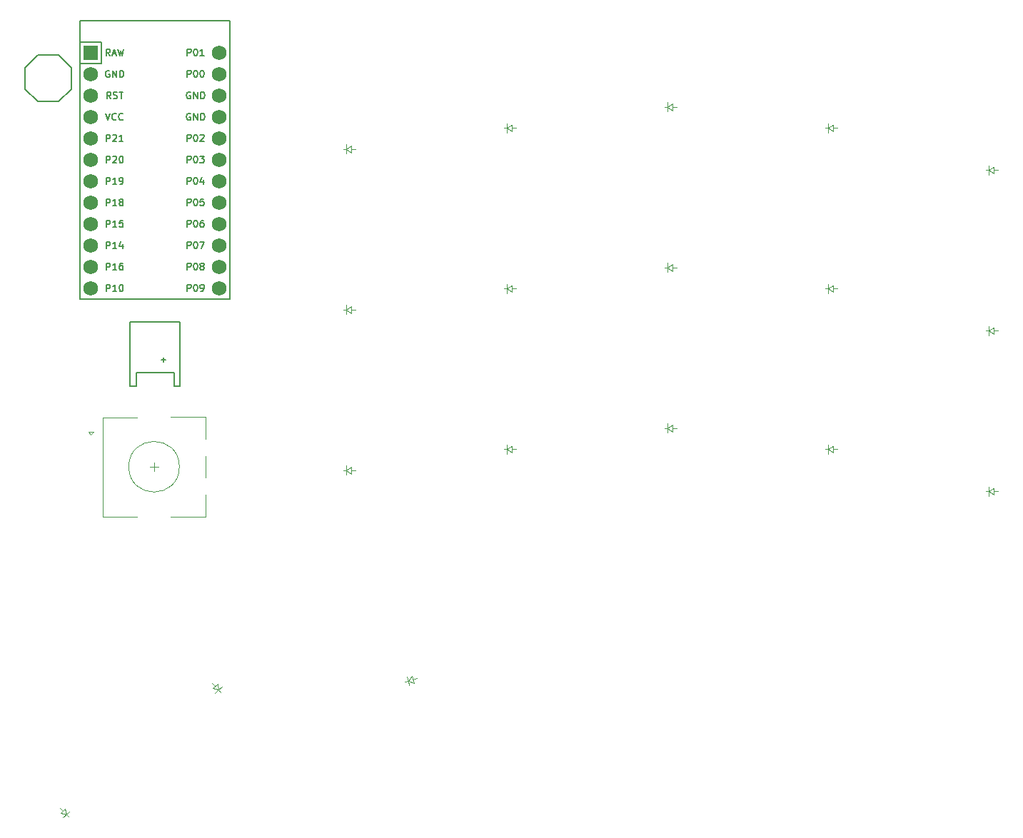
<source format=gbr>
%TF.GenerationSoftware,KiCad,Pcbnew,7.0.10*%
%TF.CreationDate,2024-01-22T21:29:34+02:00*%
%TF.ProjectId,juubo_right_final,6a757562-6f5f-4726-9967-68745f66696e,v1.0.0*%
%TF.SameCoordinates,Original*%
%TF.FileFunction,Legend,Top*%
%TF.FilePolarity,Positive*%
%FSLAX46Y46*%
G04 Gerber Fmt 4.6, Leading zero omitted, Abs format (unit mm)*
G04 Created by KiCad (PCBNEW 7.0.10) date 2024-01-22 21:29:34*
%MOMM*%
%LPD*%
G01*
G04 APERTURE LIST*
%ADD10C,0.150000*%
%ADD11C,0.100000*%
%ADD12C,0.120000*%
%ADD13R,1.752600X1.752600*%
%ADD14C,1.752600*%
G04 APERTURE END LIST*
D10*
X286180875Y-80616300D02*
X286180875Y-79816300D01*
X286180875Y-79816300D02*
X286485637Y-79816300D01*
X286485637Y-79816300D02*
X286561827Y-79854395D01*
X286561827Y-79854395D02*
X286599922Y-79892490D01*
X286599922Y-79892490D02*
X286638018Y-79968681D01*
X286638018Y-79968681D02*
X286638018Y-80082966D01*
X286638018Y-80082966D02*
X286599922Y-80159157D01*
X286599922Y-80159157D02*
X286561827Y-80197252D01*
X286561827Y-80197252D02*
X286485637Y-80235347D01*
X286485637Y-80235347D02*
X286180875Y-80235347D01*
X287399922Y-80616300D02*
X286942779Y-80616300D01*
X287171351Y-80616300D02*
X287171351Y-79816300D01*
X287171351Y-79816300D02*
X287095160Y-79930585D01*
X287095160Y-79930585D02*
X287018970Y-80006776D01*
X287018970Y-80006776D02*
X286942779Y-80044871D01*
X288085637Y-79816300D02*
X287933256Y-79816300D01*
X287933256Y-79816300D02*
X287857065Y-79854395D01*
X287857065Y-79854395D02*
X287818970Y-79892490D01*
X287818970Y-79892490D02*
X287742780Y-80006776D01*
X287742780Y-80006776D02*
X287704684Y-80159157D01*
X287704684Y-80159157D02*
X287704684Y-80463919D01*
X287704684Y-80463919D02*
X287742780Y-80540109D01*
X287742780Y-80540109D02*
X287780875Y-80578205D01*
X287780875Y-80578205D02*
X287857065Y-80616300D01*
X287857065Y-80616300D02*
X288009446Y-80616300D01*
X288009446Y-80616300D02*
X288085637Y-80578205D01*
X288085637Y-80578205D02*
X288123732Y-80540109D01*
X288123732Y-80540109D02*
X288161827Y-80463919D01*
X288161827Y-80463919D02*
X288161827Y-80273443D01*
X288161827Y-80273443D02*
X288123732Y-80197252D01*
X288123732Y-80197252D02*
X288085637Y-80159157D01*
X288085637Y-80159157D02*
X288009446Y-80121062D01*
X288009446Y-80121062D02*
X287857065Y-80121062D01*
X287857065Y-80121062D02*
X287780875Y-80159157D01*
X287780875Y-80159157D02*
X287742780Y-80197252D01*
X287742780Y-80197252D02*
X287704684Y-80273443D01*
X286180875Y-67916300D02*
X286180875Y-67116300D01*
X286180875Y-67116300D02*
X286485637Y-67116300D01*
X286485637Y-67116300D02*
X286561827Y-67154395D01*
X286561827Y-67154395D02*
X286599922Y-67192490D01*
X286599922Y-67192490D02*
X286638018Y-67268681D01*
X286638018Y-67268681D02*
X286638018Y-67382966D01*
X286638018Y-67382966D02*
X286599922Y-67459157D01*
X286599922Y-67459157D02*
X286561827Y-67497252D01*
X286561827Y-67497252D02*
X286485637Y-67535347D01*
X286485637Y-67535347D02*
X286180875Y-67535347D01*
X286942779Y-67192490D02*
X286980875Y-67154395D01*
X286980875Y-67154395D02*
X287057065Y-67116300D01*
X287057065Y-67116300D02*
X287247541Y-67116300D01*
X287247541Y-67116300D02*
X287323732Y-67154395D01*
X287323732Y-67154395D02*
X287361827Y-67192490D01*
X287361827Y-67192490D02*
X287399922Y-67268681D01*
X287399922Y-67268681D02*
X287399922Y-67344871D01*
X287399922Y-67344871D02*
X287361827Y-67459157D01*
X287361827Y-67459157D02*
X286904684Y-67916300D01*
X286904684Y-67916300D02*
X287399922Y-67916300D01*
X287895161Y-67116300D02*
X287971351Y-67116300D01*
X287971351Y-67116300D02*
X288047542Y-67154395D01*
X288047542Y-67154395D02*
X288085637Y-67192490D01*
X288085637Y-67192490D02*
X288123732Y-67268681D01*
X288123732Y-67268681D02*
X288161827Y-67421062D01*
X288161827Y-67421062D02*
X288161827Y-67611538D01*
X288161827Y-67611538D02*
X288123732Y-67763919D01*
X288123732Y-67763919D02*
X288085637Y-67840109D01*
X288085637Y-67840109D02*
X288047542Y-67878205D01*
X288047542Y-67878205D02*
X287971351Y-67916300D01*
X287971351Y-67916300D02*
X287895161Y-67916300D01*
X287895161Y-67916300D02*
X287818970Y-67878205D01*
X287818970Y-67878205D02*
X287780875Y-67840109D01*
X287780875Y-67840109D02*
X287742780Y-67763919D01*
X287742780Y-67763919D02*
X287704684Y-67611538D01*
X287704684Y-67611538D02*
X287704684Y-67421062D01*
X287704684Y-67421062D02*
X287742780Y-67268681D01*
X287742780Y-67268681D02*
X287780875Y-67192490D01*
X287780875Y-67192490D02*
X287818970Y-67154395D01*
X287818970Y-67154395D02*
X287895161Y-67116300D01*
X286180875Y-78076300D02*
X286180875Y-77276300D01*
X286180875Y-77276300D02*
X286485637Y-77276300D01*
X286485637Y-77276300D02*
X286561827Y-77314395D01*
X286561827Y-77314395D02*
X286599922Y-77352490D01*
X286599922Y-77352490D02*
X286638018Y-77428681D01*
X286638018Y-77428681D02*
X286638018Y-77542966D01*
X286638018Y-77542966D02*
X286599922Y-77619157D01*
X286599922Y-77619157D02*
X286561827Y-77657252D01*
X286561827Y-77657252D02*
X286485637Y-77695347D01*
X286485637Y-77695347D02*
X286180875Y-77695347D01*
X287399922Y-78076300D02*
X286942779Y-78076300D01*
X287171351Y-78076300D02*
X287171351Y-77276300D01*
X287171351Y-77276300D02*
X287095160Y-77390585D01*
X287095160Y-77390585D02*
X287018970Y-77466776D01*
X287018970Y-77466776D02*
X286942779Y-77504871D01*
X288085637Y-77542966D02*
X288085637Y-78076300D01*
X287895161Y-77238205D02*
X287704684Y-77809633D01*
X287704684Y-77809633D02*
X288199923Y-77809633D01*
X286085637Y-62036300D02*
X286352304Y-62836300D01*
X286352304Y-62836300D02*
X286618970Y-62036300D01*
X287342780Y-62760109D02*
X287304684Y-62798205D01*
X287304684Y-62798205D02*
X287190399Y-62836300D01*
X287190399Y-62836300D02*
X287114208Y-62836300D01*
X287114208Y-62836300D02*
X286999922Y-62798205D01*
X286999922Y-62798205D02*
X286923732Y-62722014D01*
X286923732Y-62722014D02*
X286885637Y-62645824D01*
X286885637Y-62645824D02*
X286847541Y-62493443D01*
X286847541Y-62493443D02*
X286847541Y-62379157D01*
X286847541Y-62379157D02*
X286885637Y-62226776D01*
X286885637Y-62226776D02*
X286923732Y-62150585D01*
X286923732Y-62150585D02*
X286999922Y-62074395D01*
X286999922Y-62074395D02*
X287114208Y-62036300D01*
X287114208Y-62036300D02*
X287190399Y-62036300D01*
X287190399Y-62036300D02*
X287304684Y-62074395D01*
X287304684Y-62074395D02*
X287342780Y-62112490D01*
X288142780Y-62760109D02*
X288104684Y-62798205D01*
X288104684Y-62798205D02*
X287990399Y-62836300D01*
X287990399Y-62836300D02*
X287914208Y-62836300D01*
X287914208Y-62836300D02*
X287799922Y-62798205D01*
X287799922Y-62798205D02*
X287723732Y-62722014D01*
X287723732Y-62722014D02*
X287685637Y-62645824D01*
X287685637Y-62645824D02*
X287647541Y-62493443D01*
X287647541Y-62493443D02*
X287647541Y-62379157D01*
X287647541Y-62379157D02*
X287685637Y-62226776D01*
X287685637Y-62226776D02*
X287723732Y-62150585D01*
X287723732Y-62150585D02*
X287799922Y-62074395D01*
X287799922Y-62074395D02*
X287914208Y-62036300D01*
X287914208Y-62036300D02*
X287990399Y-62036300D01*
X287990399Y-62036300D02*
X288104684Y-62074395D01*
X288104684Y-62074395D02*
X288142780Y-62112490D01*
X286180875Y-72996300D02*
X286180875Y-72196300D01*
X286180875Y-72196300D02*
X286485637Y-72196300D01*
X286485637Y-72196300D02*
X286561827Y-72234395D01*
X286561827Y-72234395D02*
X286599922Y-72272490D01*
X286599922Y-72272490D02*
X286638018Y-72348681D01*
X286638018Y-72348681D02*
X286638018Y-72462966D01*
X286638018Y-72462966D02*
X286599922Y-72539157D01*
X286599922Y-72539157D02*
X286561827Y-72577252D01*
X286561827Y-72577252D02*
X286485637Y-72615347D01*
X286485637Y-72615347D02*
X286180875Y-72615347D01*
X287399922Y-72996300D02*
X286942779Y-72996300D01*
X287171351Y-72996300D02*
X287171351Y-72196300D01*
X287171351Y-72196300D02*
X287095160Y-72310585D01*
X287095160Y-72310585D02*
X287018970Y-72386776D01*
X287018970Y-72386776D02*
X286942779Y-72424871D01*
X287857065Y-72539157D02*
X287780875Y-72501062D01*
X287780875Y-72501062D02*
X287742780Y-72462966D01*
X287742780Y-72462966D02*
X287704684Y-72386776D01*
X287704684Y-72386776D02*
X287704684Y-72348681D01*
X287704684Y-72348681D02*
X287742780Y-72272490D01*
X287742780Y-72272490D02*
X287780875Y-72234395D01*
X287780875Y-72234395D02*
X287857065Y-72196300D01*
X287857065Y-72196300D02*
X288009446Y-72196300D01*
X288009446Y-72196300D02*
X288085637Y-72234395D01*
X288085637Y-72234395D02*
X288123732Y-72272490D01*
X288123732Y-72272490D02*
X288161827Y-72348681D01*
X288161827Y-72348681D02*
X288161827Y-72386776D01*
X288161827Y-72386776D02*
X288123732Y-72462966D01*
X288123732Y-72462966D02*
X288085637Y-72501062D01*
X288085637Y-72501062D02*
X288009446Y-72539157D01*
X288009446Y-72539157D02*
X287857065Y-72539157D01*
X287857065Y-72539157D02*
X287780875Y-72577252D01*
X287780875Y-72577252D02*
X287742780Y-72615347D01*
X287742780Y-72615347D02*
X287704684Y-72691538D01*
X287704684Y-72691538D02*
X287704684Y-72843919D01*
X287704684Y-72843919D02*
X287742780Y-72920109D01*
X287742780Y-72920109D02*
X287780875Y-72958205D01*
X287780875Y-72958205D02*
X287857065Y-72996300D01*
X287857065Y-72996300D02*
X288009446Y-72996300D01*
X288009446Y-72996300D02*
X288085637Y-72958205D01*
X288085637Y-72958205D02*
X288123732Y-72920109D01*
X288123732Y-72920109D02*
X288161827Y-72843919D01*
X288161827Y-72843919D02*
X288161827Y-72691538D01*
X288161827Y-72691538D02*
X288123732Y-72615347D01*
X288123732Y-72615347D02*
X288085637Y-72577252D01*
X288085637Y-72577252D02*
X288009446Y-72539157D01*
X295780875Y-70456300D02*
X295780875Y-69656300D01*
X295780875Y-69656300D02*
X296085637Y-69656300D01*
X296085637Y-69656300D02*
X296161827Y-69694395D01*
X296161827Y-69694395D02*
X296199922Y-69732490D01*
X296199922Y-69732490D02*
X296238018Y-69808681D01*
X296238018Y-69808681D02*
X296238018Y-69922966D01*
X296238018Y-69922966D02*
X296199922Y-69999157D01*
X296199922Y-69999157D02*
X296161827Y-70037252D01*
X296161827Y-70037252D02*
X296085637Y-70075347D01*
X296085637Y-70075347D02*
X295780875Y-70075347D01*
X296733256Y-69656300D02*
X296809446Y-69656300D01*
X296809446Y-69656300D02*
X296885637Y-69694395D01*
X296885637Y-69694395D02*
X296923732Y-69732490D01*
X296923732Y-69732490D02*
X296961827Y-69808681D01*
X296961827Y-69808681D02*
X296999922Y-69961062D01*
X296999922Y-69961062D02*
X296999922Y-70151538D01*
X296999922Y-70151538D02*
X296961827Y-70303919D01*
X296961827Y-70303919D02*
X296923732Y-70380109D01*
X296923732Y-70380109D02*
X296885637Y-70418205D01*
X296885637Y-70418205D02*
X296809446Y-70456300D01*
X296809446Y-70456300D02*
X296733256Y-70456300D01*
X296733256Y-70456300D02*
X296657065Y-70418205D01*
X296657065Y-70418205D02*
X296618970Y-70380109D01*
X296618970Y-70380109D02*
X296580875Y-70303919D01*
X296580875Y-70303919D02*
X296542779Y-70151538D01*
X296542779Y-70151538D02*
X296542779Y-69961062D01*
X296542779Y-69961062D02*
X296580875Y-69808681D01*
X296580875Y-69808681D02*
X296618970Y-69732490D01*
X296618970Y-69732490D02*
X296657065Y-69694395D01*
X296657065Y-69694395D02*
X296733256Y-69656300D01*
X297685637Y-69922966D02*
X297685637Y-70456300D01*
X297495161Y-69618205D02*
X297304684Y-70189633D01*
X297304684Y-70189633D02*
X297799923Y-70189633D01*
X295780875Y-72996300D02*
X295780875Y-72196300D01*
X295780875Y-72196300D02*
X296085637Y-72196300D01*
X296085637Y-72196300D02*
X296161827Y-72234395D01*
X296161827Y-72234395D02*
X296199922Y-72272490D01*
X296199922Y-72272490D02*
X296238018Y-72348681D01*
X296238018Y-72348681D02*
X296238018Y-72462966D01*
X296238018Y-72462966D02*
X296199922Y-72539157D01*
X296199922Y-72539157D02*
X296161827Y-72577252D01*
X296161827Y-72577252D02*
X296085637Y-72615347D01*
X296085637Y-72615347D02*
X295780875Y-72615347D01*
X296733256Y-72196300D02*
X296809446Y-72196300D01*
X296809446Y-72196300D02*
X296885637Y-72234395D01*
X296885637Y-72234395D02*
X296923732Y-72272490D01*
X296923732Y-72272490D02*
X296961827Y-72348681D01*
X296961827Y-72348681D02*
X296999922Y-72501062D01*
X296999922Y-72501062D02*
X296999922Y-72691538D01*
X296999922Y-72691538D02*
X296961827Y-72843919D01*
X296961827Y-72843919D02*
X296923732Y-72920109D01*
X296923732Y-72920109D02*
X296885637Y-72958205D01*
X296885637Y-72958205D02*
X296809446Y-72996300D01*
X296809446Y-72996300D02*
X296733256Y-72996300D01*
X296733256Y-72996300D02*
X296657065Y-72958205D01*
X296657065Y-72958205D02*
X296618970Y-72920109D01*
X296618970Y-72920109D02*
X296580875Y-72843919D01*
X296580875Y-72843919D02*
X296542779Y-72691538D01*
X296542779Y-72691538D02*
X296542779Y-72501062D01*
X296542779Y-72501062D02*
X296580875Y-72348681D01*
X296580875Y-72348681D02*
X296618970Y-72272490D01*
X296618970Y-72272490D02*
X296657065Y-72234395D01*
X296657065Y-72234395D02*
X296733256Y-72196300D01*
X297723732Y-72196300D02*
X297342780Y-72196300D01*
X297342780Y-72196300D02*
X297304684Y-72577252D01*
X297304684Y-72577252D02*
X297342780Y-72539157D01*
X297342780Y-72539157D02*
X297418970Y-72501062D01*
X297418970Y-72501062D02*
X297609446Y-72501062D01*
X297609446Y-72501062D02*
X297685637Y-72539157D01*
X297685637Y-72539157D02*
X297723732Y-72577252D01*
X297723732Y-72577252D02*
X297761827Y-72653443D01*
X297761827Y-72653443D02*
X297761827Y-72843919D01*
X297761827Y-72843919D02*
X297723732Y-72920109D01*
X297723732Y-72920109D02*
X297685637Y-72958205D01*
X297685637Y-72958205D02*
X297609446Y-72996300D01*
X297609446Y-72996300D02*
X297418970Y-72996300D01*
X297418970Y-72996300D02*
X297342780Y-72958205D01*
X297342780Y-72958205D02*
X297304684Y-72920109D01*
X295780875Y-65376300D02*
X295780875Y-64576300D01*
X295780875Y-64576300D02*
X296085637Y-64576300D01*
X296085637Y-64576300D02*
X296161827Y-64614395D01*
X296161827Y-64614395D02*
X296199922Y-64652490D01*
X296199922Y-64652490D02*
X296238018Y-64728681D01*
X296238018Y-64728681D02*
X296238018Y-64842966D01*
X296238018Y-64842966D02*
X296199922Y-64919157D01*
X296199922Y-64919157D02*
X296161827Y-64957252D01*
X296161827Y-64957252D02*
X296085637Y-64995347D01*
X296085637Y-64995347D02*
X295780875Y-64995347D01*
X296733256Y-64576300D02*
X296809446Y-64576300D01*
X296809446Y-64576300D02*
X296885637Y-64614395D01*
X296885637Y-64614395D02*
X296923732Y-64652490D01*
X296923732Y-64652490D02*
X296961827Y-64728681D01*
X296961827Y-64728681D02*
X296999922Y-64881062D01*
X296999922Y-64881062D02*
X296999922Y-65071538D01*
X296999922Y-65071538D02*
X296961827Y-65223919D01*
X296961827Y-65223919D02*
X296923732Y-65300109D01*
X296923732Y-65300109D02*
X296885637Y-65338205D01*
X296885637Y-65338205D02*
X296809446Y-65376300D01*
X296809446Y-65376300D02*
X296733256Y-65376300D01*
X296733256Y-65376300D02*
X296657065Y-65338205D01*
X296657065Y-65338205D02*
X296618970Y-65300109D01*
X296618970Y-65300109D02*
X296580875Y-65223919D01*
X296580875Y-65223919D02*
X296542779Y-65071538D01*
X296542779Y-65071538D02*
X296542779Y-64881062D01*
X296542779Y-64881062D02*
X296580875Y-64728681D01*
X296580875Y-64728681D02*
X296618970Y-64652490D01*
X296618970Y-64652490D02*
X296657065Y-64614395D01*
X296657065Y-64614395D02*
X296733256Y-64576300D01*
X297304684Y-64652490D02*
X297342780Y-64614395D01*
X297342780Y-64614395D02*
X297418970Y-64576300D01*
X297418970Y-64576300D02*
X297609446Y-64576300D01*
X297609446Y-64576300D02*
X297685637Y-64614395D01*
X297685637Y-64614395D02*
X297723732Y-64652490D01*
X297723732Y-64652490D02*
X297761827Y-64728681D01*
X297761827Y-64728681D02*
X297761827Y-64804871D01*
X297761827Y-64804871D02*
X297723732Y-64919157D01*
X297723732Y-64919157D02*
X297266589Y-65376300D01*
X297266589Y-65376300D02*
X297761827Y-65376300D01*
X295780875Y-57756300D02*
X295780875Y-56956300D01*
X295780875Y-56956300D02*
X296085637Y-56956300D01*
X296085637Y-56956300D02*
X296161827Y-56994395D01*
X296161827Y-56994395D02*
X296199922Y-57032490D01*
X296199922Y-57032490D02*
X296238018Y-57108681D01*
X296238018Y-57108681D02*
X296238018Y-57222966D01*
X296238018Y-57222966D02*
X296199922Y-57299157D01*
X296199922Y-57299157D02*
X296161827Y-57337252D01*
X296161827Y-57337252D02*
X296085637Y-57375347D01*
X296085637Y-57375347D02*
X295780875Y-57375347D01*
X296733256Y-56956300D02*
X296809446Y-56956300D01*
X296809446Y-56956300D02*
X296885637Y-56994395D01*
X296885637Y-56994395D02*
X296923732Y-57032490D01*
X296923732Y-57032490D02*
X296961827Y-57108681D01*
X296961827Y-57108681D02*
X296999922Y-57261062D01*
X296999922Y-57261062D02*
X296999922Y-57451538D01*
X296999922Y-57451538D02*
X296961827Y-57603919D01*
X296961827Y-57603919D02*
X296923732Y-57680109D01*
X296923732Y-57680109D02*
X296885637Y-57718205D01*
X296885637Y-57718205D02*
X296809446Y-57756300D01*
X296809446Y-57756300D02*
X296733256Y-57756300D01*
X296733256Y-57756300D02*
X296657065Y-57718205D01*
X296657065Y-57718205D02*
X296618970Y-57680109D01*
X296618970Y-57680109D02*
X296580875Y-57603919D01*
X296580875Y-57603919D02*
X296542779Y-57451538D01*
X296542779Y-57451538D02*
X296542779Y-57261062D01*
X296542779Y-57261062D02*
X296580875Y-57108681D01*
X296580875Y-57108681D02*
X296618970Y-57032490D01*
X296618970Y-57032490D02*
X296657065Y-56994395D01*
X296657065Y-56994395D02*
X296733256Y-56956300D01*
X297495161Y-56956300D02*
X297571351Y-56956300D01*
X297571351Y-56956300D02*
X297647542Y-56994395D01*
X297647542Y-56994395D02*
X297685637Y-57032490D01*
X297685637Y-57032490D02*
X297723732Y-57108681D01*
X297723732Y-57108681D02*
X297761827Y-57261062D01*
X297761827Y-57261062D02*
X297761827Y-57451538D01*
X297761827Y-57451538D02*
X297723732Y-57603919D01*
X297723732Y-57603919D02*
X297685637Y-57680109D01*
X297685637Y-57680109D02*
X297647542Y-57718205D01*
X297647542Y-57718205D02*
X297571351Y-57756300D01*
X297571351Y-57756300D02*
X297495161Y-57756300D01*
X297495161Y-57756300D02*
X297418970Y-57718205D01*
X297418970Y-57718205D02*
X297380875Y-57680109D01*
X297380875Y-57680109D02*
X297342780Y-57603919D01*
X297342780Y-57603919D02*
X297304684Y-57451538D01*
X297304684Y-57451538D02*
X297304684Y-57261062D01*
X297304684Y-57261062D02*
X297342780Y-57108681D01*
X297342780Y-57108681D02*
X297380875Y-57032490D01*
X297380875Y-57032490D02*
X297418970Y-56994395D01*
X297418970Y-56994395D02*
X297495161Y-56956300D01*
X296142780Y-62074395D02*
X296066590Y-62036300D01*
X296066590Y-62036300D02*
X295952304Y-62036300D01*
X295952304Y-62036300D02*
X295838018Y-62074395D01*
X295838018Y-62074395D02*
X295761828Y-62150585D01*
X295761828Y-62150585D02*
X295723733Y-62226776D01*
X295723733Y-62226776D02*
X295685637Y-62379157D01*
X295685637Y-62379157D02*
X295685637Y-62493443D01*
X295685637Y-62493443D02*
X295723733Y-62645824D01*
X295723733Y-62645824D02*
X295761828Y-62722014D01*
X295761828Y-62722014D02*
X295838018Y-62798205D01*
X295838018Y-62798205D02*
X295952304Y-62836300D01*
X295952304Y-62836300D02*
X296028495Y-62836300D01*
X296028495Y-62836300D02*
X296142780Y-62798205D01*
X296142780Y-62798205D02*
X296180876Y-62760109D01*
X296180876Y-62760109D02*
X296180876Y-62493443D01*
X296180876Y-62493443D02*
X296028495Y-62493443D01*
X296523733Y-62836300D02*
X296523733Y-62036300D01*
X296523733Y-62036300D02*
X296980876Y-62836300D01*
X296980876Y-62836300D02*
X296980876Y-62036300D01*
X297361828Y-62836300D02*
X297361828Y-62036300D01*
X297361828Y-62036300D02*
X297552304Y-62036300D01*
X297552304Y-62036300D02*
X297666590Y-62074395D01*
X297666590Y-62074395D02*
X297742780Y-62150585D01*
X297742780Y-62150585D02*
X297780875Y-62226776D01*
X297780875Y-62226776D02*
X297818971Y-62379157D01*
X297818971Y-62379157D02*
X297818971Y-62493443D01*
X297818971Y-62493443D02*
X297780875Y-62645824D01*
X297780875Y-62645824D02*
X297742780Y-62722014D01*
X297742780Y-62722014D02*
X297666590Y-62798205D01*
X297666590Y-62798205D02*
X297552304Y-62836300D01*
X297552304Y-62836300D02*
X297361828Y-62836300D01*
X295780875Y-83156300D02*
X295780875Y-82356300D01*
X295780875Y-82356300D02*
X296085637Y-82356300D01*
X296085637Y-82356300D02*
X296161827Y-82394395D01*
X296161827Y-82394395D02*
X296199922Y-82432490D01*
X296199922Y-82432490D02*
X296238018Y-82508681D01*
X296238018Y-82508681D02*
X296238018Y-82622966D01*
X296238018Y-82622966D02*
X296199922Y-82699157D01*
X296199922Y-82699157D02*
X296161827Y-82737252D01*
X296161827Y-82737252D02*
X296085637Y-82775347D01*
X296085637Y-82775347D02*
X295780875Y-82775347D01*
X296733256Y-82356300D02*
X296809446Y-82356300D01*
X296809446Y-82356300D02*
X296885637Y-82394395D01*
X296885637Y-82394395D02*
X296923732Y-82432490D01*
X296923732Y-82432490D02*
X296961827Y-82508681D01*
X296961827Y-82508681D02*
X296999922Y-82661062D01*
X296999922Y-82661062D02*
X296999922Y-82851538D01*
X296999922Y-82851538D02*
X296961827Y-83003919D01*
X296961827Y-83003919D02*
X296923732Y-83080109D01*
X296923732Y-83080109D02*
X296885637Y-83118205D01*
X296885637Y-83118205D02*
X296809446Y-83156300D01*
X296809446Y-83156300D02*
X296733256Y-83156300D01*
X296733256Y-83156300D02*
X296657065Y-83118205D01*
X296657065Y-83118205D02*
X296618970Y-83080109D01*
X296618970Y-83080109D02*
X296580875Y-83003919D01*
X296580875Y-83003919D02*
X296542779Y-82851538D01*
X296542779Y-82851538D02*
X296542779Y-82661062D01*
X296542779Y-82661062D02*
X296580875Y-82508681D01*
X296580875Y-82508681D02*
X296618970Y-82432490D01*
X296618970Y-82432490D02*
X296657065Y-82394395D01*
X296657065Y-82394395D02*
X296733256Y-82356300D01*
X297380875Y-83156300D02*
X297533256Y-83156300D01*
X297533256Y-83156300D02*
X297609446Y-83118205D01*
X297609446Y-83118205D02*
X297647542Y-83080109D01*
X297647542Y-83080109D02*
X297723732Y-82965824D01*
X297723732Y-82965824D02*
X297761827Y-82813443D01*
X297761827Y-82813443D02*
X297761827Y-82508681D01*
X297761827Y-82508681D02*
X297723732Y-82432490D01*
X297723732Y-82432490D02*
X297685637Y-82394395D01*
X297685637Y-82394395D02*
X297609446Y-82356300D01*
X297609446Y-82356300D02*
X297457065Y-82356300D01*
X297457065Y-82356300D02*
X297380875Y-82394395D01*
X297380875Y-82394395D02*
X297342780Y-82432490D01*
X297342780Y-82432490D02*
X297304684Y-82508681D01*
X297304684Y-82508681D02*
X297304684Y-82699157D01*
X297304684Y-82699157D02*
X297342780Y-82775347D01*
X297342780Y-82775347D02*
X297380875Y-82813443D01*
X297380875Y-82813443D02*
X297457065Y-82851538D01*
X297457065Y-82851538D02*
X297609446Y-82851538D01*
X297609446Y-82851538D02*
X297685637Y-82813443D01*
X297685637Y-82813443D02*
X297723732Y-82775347D01*
X297723732Y-82775347D02*
X297761827Y-82699157D01*
X286180875Y-65376300D02*
X286180875Y-64576300D01*
X286180875Y-64576300D02*
X286485637Y-64576300D01*
X286485637Y-64576300D02*
X286561827Y-64614395D01*
X286561827Y-64614395D02*
X286599922Y-64652490D01*
X286599922Y-64652490D02*
X286638018Y-64728681D01*
X286638018Y-64728681D02*
X286638018Y-64842966D01*
X286638018Y-64842966D02*
X286599922Y-64919157D01*
X286599922Y-64919157D02*
X286561827Y-64957252D01*
X286561827Y-64957252D02*
X286485637Y-64995347D01*
X286485637Y-64995347D02*
X286180875Y-64995347D01*
X286942779Y-64652490D02*
X286980875Y-64614395D01*
X286980875Y-64614395D02*
X287057065Y-64576300D01*
X287057065Y-64576300D02*
X287247541Y-64576300D01*
X287247541Y-64576300D02*
X287323732Y-64614395D01*
X287323732Y-64614395D02*
X287361827Y-64652490D01*
X287361827Y-64652490D02*
X287399922Y-64728681D01*
X287399922Y-64728681D02*
X287399922Y-64804871D01*
X287399922Y-64804871D02*
X287361827Y-64919157D01*
X287361827Y-64919157D02*
X286904684Y-65376300D01*
X286904684Y-65376300D02*
X287399922Y-65376300D01*
X288161827Y-65376300D02*
X287704684Y-65376300D01*
X287933256Y-65376300D02*
X287933256Y-64576300D01*
X287933256Y-64576300D02*
X287857065Y-64690585D01*
X287857065Y-64690585D02*
X287780875Y-64766776D01*
X287780875Y-64766776D02*
X287704684Y-64804871D01*
X295780875Y-67916300D02*
X295780875Y-67116300D01*
X295780875Y-67116300D02*
X296085637Y-67116300D01*
X296085637Y-67116300D02*
X296161827Y-67154395D01*
X296161827Y-67154395D02*
X296199922Y-67192490D01*
X296199922Y-67192490D02*
X296238018Y-67268681D01*
X296238018Y-67268681D02*
X296238018Y-67382966D01*
X296238018Y-67382966D02*
X296199922Y-67459157D01*
X296199922Y-67459157D02*
X296161827Y-67497252D01*
X296161827Y-67497252D02*
X296085637Y-67535347D01*
X296085637Y-67535347D02*
X295780875Y-67535347D01*
X296733256Y-67116300D02*
X296809446Y-67116300D01*
X296809446Y-67116300D02*
X296885637Y-67154395D01*
X296885637Y-67154395D02*
X296923732Y-67192490D01*
X296923732Y-67192490D02*
X296961827Y-67268681D01*
X296961827Y-67268681D02*
X296999922Y-67421062D01*
X296999922Y-67421062D02*
X296999922Y-67611538D01*
X296999922Y-67611538D02*
X296961827Y-67763919D01*
X296961827Y-67763919D02*
X296923732Y-67840109D01*
X296923732Y-67840109D02*
X296885637Y-67878205D01*
X296885637Y-67878205D02*
X296809446Y-67916300D01*
X296809446Y-67916300D02*
X296733256Y-67916300D01*
X296733256Y-67916300D02*
X296657065Y-67878205D01*
X296657065Y-67878205D02*
X296618970Y-67840109D01*
X296618970Y-67840109D02*
X296580875Y-67763919D01*
X296580875Y-67763919D02*
X296542779Y-67611538D01*
X296542779Y-67611538D02*
X296542779Y-67421062D01*
X296542779Y-67421062D02*
X296580875Y-67268681D01*
X296580875Y-67268681D02*
X296618970Y-67192490D01*
X296618970Y-67192490D02*
X296657065Y-67154395D01*
X296657065Y-67154395D02*
X296733256Y-67116300D01*
X297266589Y-67116300D02*
X297761827Y-67116300D01*
X297761827Y-67116300D02*
X297495161Y-67421062D01*
X297495161Y-67421062D02*
X297609446Y-67421062D01*
X297609446Y-67421062D02*
X297685637Y-67459157D01*
X297685637Y-67459157D02*
X297723732Y-67497252D01*
X297723732Y-67497252D02*
X297761827Y-67573443D01*
X297761827Y-67573443D02*
X297761827Y-67763919D01*
X297761827Y-67763919D02*
X297723732Y-67840109D01*
X297723732Y-67840109D02*
X297685637Y-67878205D01*
X297685637Y-67878205D02*
X297609446Y-67916300D01*
X297609446Y-67916300D02*
X297380875Y-67916300D01*
X297380875Y-67916300D02*
X297304684Y-67878205D01*
X297304684Y-67878205D02*
X297266589Y-67840109D01*
X286180875Y-83156300D02*
X286180875Y-82356300D01*
X286180875Y-82356300D02*
X286485637Y-82356300D01*
X286485637Y-82356300D02*
X286561827Y-82394395D01*
X286561827Y-82394395D02*
X286599922Y-82432490D01*
X286599922Y-82432490D02*
X286638018Y-82508681D01*
X286638018Y-82508681D02*
X286638018Y-82622966D01*
X286638018Y-82622966D02*
X286599922Y-82699157D01*
X286599922Y-82699157D02*
X286561827Y-82737252D01*
X286561827Y-82737252D02*
X286485637Y-82775347D01*
X286485637Y-82775347D02*
X286180875Y-82775347D01*
X287399922Y-83156300D02*
X286942779Y-83156300D01*
X287171351Y-83156300D02*
X287171351Y-82356300D01*
X287171351Y-82356300D02*
X287095160Y-82470585D01*
X287095160Y-82470585D02*
X287018970Y-82546776D01*
X287018970Y-82546776D02*
X286942779Y-82584871D01*
X287895161Y-82356300D02*
X287971351Y-82356300D01*
X287971351Y-82356300D02*
X288047542Y-82394395D01*
X288047542Y-82394395D02*
X288085637Y-82432490D01*
X288085637Y-82432490D02*
X288123732Y-82508681D01*
X288123732Y-82508681D02*
X288161827Y-82661062D01*
X288161827Y-82661062D02*
X288161827Y-82851538D01*
X288161827Y-82851538D02*
X288123732Y-83003919D01*
X288123732Y-83003919D02*
X288085637Y-83080109D01*
X288085637Y-83080109D02*
X288047542Y-83118205D01*
X288047542Y-83118205D02*
X287971351Y-83156300D01*
X287971351Y-83156300D02*
X287895161Y-83156300D01*
X287895161Y-83156300D02*
X287818970Y-83118205D01*
X287818970Y-83118205D02*
X287780875Y-83080109D01*
X287780875Y-83080109D02*
X287742780Y-83003919D01*
X287742780Y-83003919D02*
X287704684Y-82851538D01*
X287704684Y-82851538D02*
X287704684Y-82661062D01*
X287704684Y-82661062D02*
X287742780Y-82508681D01*
X287742780Y-82508681D02*
X287780875Y-82432490D01*
X287780875Y-82432490D02*
X287818970Y-82394395D01*
X287818970Y-82394395D02*
X287895161Y-82356300D01*
X295780875Y-80616300D02*
X295780875Y-79816300D01*
X295780875Y-79816300D02*
X296085637Y-79816300D01*
X296085637Y-79816300D02*
X296161827Y-79854395D01*
X296161827Y-79854395D02*
X296199922Y-79892490D01*
X296199922Y-79892490D02*
X296238018Y-79968681D01*
X296238018Y-79968681D02*
X296238018Y-80082966D01*
X296238018Y-80082966D02*
X296199922Y-80159157D01*
X296199922Y-80159157D02*
X296161827Y-80197252D01*
X296161827Y-80197252D02*
X296085637Y-80235347D01*
X296085637Y-80235347D02*
X295780875Y-80235347D01*
X296733256Y-79816300D02*
X296809446Y-79816300D01*
X296809446Y-79816300D02*
X296885637Y-79854395D01*
X296885637Y-79854395D02*
X296923732Y-79892490D01*
X296923732Y-79892490D02*
X296961827Y-79968681D01*
X296961827Y-79968681D02*
X296999922Y-80121062D01*
X296999922Y-80121062D02*
X296999922Y-80311538D01*
X296999922Y-80311538D02*
X296961827Y-80463919D01*
X296961827Y-80463919D02*
X296923732Y-80540109D01*
X296923732Y-80540109D02*
X296885637Y-80578205D01*
X296885637Y-80578205D02*
X296809446Y-80616300D01*
X296809446Y-80616300D02*
X296733256Y-80616300D01*
X296733256Y-80616300D02*
X296657065Y-80578205D01*
X296657065Y-80578205D02*
X296618970Y-80540109D01*
X296618970Y-80540109D02*
X296580875Y-80463919D01*
X296580875Y-80463919D02*
X296542779Y-80311538D01*
X296542779Y-80311538D02*
X296542779Y-80121062D01*
X296542779Y-80121062D02*
X296580875Y-79968681D01*
X296580875Y-79968681D02*
X296618970Y-79892490D01*
X296618970Y-79892490D02*
X296657065Y-79854395D01*
X296657065Y-79854395D02*
X296733256Y-79816300D01*
X297457065Y-80159157D02*
X297380875Y-80121062D01*
X297380875Y-80121062D02*
X297342780Y-80082966D01*
X297342780Y-80082966D02*
X297304684Y-80006776D01*
X297304684Y-80006776D02*
X297304684Y-79968681D01*
X297304684Y-79968681D02*
X297342780Y-79892490D01*
X297342780Y-79892490D02*
X297380875Y-79854395D01*
X297380875Y-79854395D02*
X297457065Y-79816300D01*
X297457065Y-79816300D02*
X297609446Y-79816300D01*
X297609446Y-79816300D02*
X297685637Y-79854395D01*
X297685637Y-79854395D02*
X297723732Y-79892490D01*
X297723732Y-79892490D02*
X297761827Y-79968681D01*
X297761827Y-79968681D02*
X297761827Y-80006776D01*
X297761827Y-80006776D02*
X297723732Y-80082966D01*
X297723732Y-80082966D02*
X297685637Y-80121062D01*
X297685637Y-80121062D02*
X297609446Y-80159157D01*
X297609446Y-80159157D02*
X297457065Y-80159157D01*
X297457065Y-80159157D02*
X297380875Y-80197252D01*
X297380875Y-80197252D02*
X297342780Y-80235347D01*
X297342780Y-80235347D02*
X297304684Y-80311538D01*
X297304684Y-80311538D02*
X297304684Y-80463919D01*
X297304684Y-80463919D02*
X297342780Y-80540109D01*
X297342780Y-80540109D02*
X297380875Y-80578205D01*
X297380875Y-80578205D02*
X297457065Y-80616300D01*
X297457065Y-80616300D02*
X297609446Y-80616300D01*
X297609446Y-80616300D02*
X297685637Y-80578205D01*
X297685637Y-80578205D02*
X297723732Y-80540109D01*
X297723732Y-80540109D02*
X297761827Y-80463919D01*
X297761827Y-80463919D02*
X297761827Y-80311538D01*
X297761827Y-80311538D02*
X297723732Y-80235347D01*
X297723732Y-80235347D02*
X297685637Y-80197252D01*
X297685637Y-80197252D02*
X297609446Y-80159157D01*
X286714209Y-60296300D02*
X286447542Y-59915347D01*
X286257066Y-60296300D02*
X286257066Y-59496300D01*
X286257066Y-59496300D02*
X286561828Y-59496300D01*
X286561828Y-59496300D02*
X286638018Y-59534395D01*
X286638018Y-59534395D02*
X286676113Y-59572490D01*
X286676113Y-59572490D02*
X286714209Y-59648681D01*
X286714209Y-59648681D02*
X286714209Y-59762966D01*
X286714209Y-59762966D02*
X286676113Y-59839157D01*
X286676113Y-59839157D02*
X286638018Y-59877252D01*
X286638018Y-59877252D02*
X286561828Y-59915347D01*
X286561828Y-59915347D02*
X286257066Y-59915347D01*
X287018970Y-60258205D02*
X287133256Y-60296300D01*
X287133256Y-60296300D02*
X287323732Y-60296300D01*
X287323732Y-60296300D02*
X287399923Y-60258205D01*
X287399923Y-60258205D02*
X287438018Y-60220109D01*
X287438018Y-60220109D02*
X287476113Y-60143919D01*
X287476113Y-60143919D02*
X287476113Y-60067728D01*
X287476113Y-60067728D02*
X287438018Y-59991538D01*
X287438018Y-59991538D02*
X287399923Y-59953443D01*
X287399923Y-59953443D02*
X287323732Y-59915347D01*
X287323732Y-59915347D02*
X287171351Y-59877252D01*
X287171351Y-59877252D02*
X287095161Y-59839157D01*
X287095161Y-59839157D02*
X287057066Y-59801062D01*
X287057066Y-59801062D02*
X287018970Y-59724871D01*
X287018970Y-59724871D02*
X287018970Y-59648681D01*
X287018970Y-59648681D02*
X287057066Y-59572490D01*
X287057066Y-59572490D02*
X287095161Y-59534395D01*
X287095161Y-59534395D02*
X287171351Y-59496300D01*
X287171351Y-59496300D02*
X287361828Y-59496300D01*
X287361828Y-59496300D02*
X287476113Y-59534395D01*
X287704685Y-59496300D02*
X288161828Y-59496300D01*
X287933256Y-60296300D02*
X287933256Y-59496300D01*
X286599923Y-55216300D02*
X286333256Y-54835347D01*
X286142780Y-55216300D02*
X286142780Y-54416300D01*
X286142780Y-54416300D02*
X286447542Y-54416300D01*
X286447542Y-54416300D02*
X286523732Y-54454395D01*
X286523732Y-54454395D02*
X286561827Y-54492490D01*
X286561827Y-54492490D02*
X286599923Y-54568681D01*
X286599923Y-54568681D02*
X286599923Y-54682966D01*
X286599923Y-54682966D02*
X286561827Y-54759157D01*
X286561827Y-54759157D02*
X286523732Y-54797252D01*
X286523732Y-54797252D02*
X286447542Y-54835347D01*
X286447542Y-54835347D02*
X286142780Y-54835347D01*
X286904684Y-54987728D02*
X287285637Y-54987728D01*
X286828494Y-55216300D02*
X287095161Y-54416300D01*
X287095161Y-54416300D02*
X287361827Y-55216300D01*
X287552303Y-54416300D02*
X287742779Y-55216300D01*
X287742779Y-55216300D02*
X287895160Y-54644871D01*
X287895160Y-54644871D02*
X288047541Y-55216300D01*
X288047541Y-55216300D02*
X288238018Y-54416300D01*
X295780875Y-78076300D02*
X295780875Y-77276300D01*
X295780875Y-77276300D02*
X296085637Y-77276300D01*
X296085637Y-77276300D02*
X296161827Y-77314395D01*
X296161827Y-77314395D02*
X296199922Y-77352490D01*
X296199922Y-77352490D02*
X296238018Y-77428681D01*
X296238018Y-77428681D02*
X296238018Y-77542966D01*
X296238018Y-77542966D02*
X296199922Y-77619157D01*
X296199922Y-77619157D02*
X296161827Y-77657252D01*
X296161827Y-77657252D02*
X296085637Y-77695347D01*
X296085637Y-77695347D02*
X295780875Y-77695347D01*
X296733256Y-77276300D02*
X296809446Y-77276300D01*
X296809446Y-77276300D02*
X296885637Y-77314395D01*
X296885637Y-77314395D02*
X296923732Y-77352490D01*
X296923732Y-77352490D02*
X296961827Y-77428681D01*
X296961827Y-77428681D02*
X296999922Y-77581062D01*
X296999922Y-77581062D02*
X296999922Y-77771538D01*
X296999922Y-77771538D02*
X296961827Y-77923919D01*
X296961827Y-77923919D02*
X296923732Y-78000109D01*
X296923732Y-78000109D02*
X296885637Y-78038205D01*
X296885637Y-78038205D02*
X296809446Y-78076300D01*
X296809446Y-78076300D02*
X296733256Y-78076300D01*
X296733256Y-78076300D02*
X296657065Y-78038205D01*
X296657065Y-78038205D02*
X296618970Y-78000109D01*
X296618970Y-78000109D02*
X296580875Y-77923919D01*
X296580875Y-77923919D02*
X296542779Y-77771538D01*
X296542779Y-77771538D02*
X296542779Y-77581062D01*
X296542779Y-77581062D02*
X296580875Y-77428681D01*
X296580875Y-77428681D02*
X296618970Y-77352490D01*
X296618970Y-77352490D02*
X296657065Y-77314395D01*
X296657065Y-77314395D02*
X296733256Y-77276300D01*
X297266589Y-77276300D02*
X297799923Y-77276300D01*
X297799923Y-77276300D02*
X297457065Y-78076300D01*
X295780875Y-75536300D02*
X295780875Y-74736300D01*
X295780875Y-74736300D02*
X296085637Y-74736300D01*
X296085637Y-74736300D02*
X296161827Y-74774395D01*
X296161827Y-74774395D02*
X296199922Y-74812490D01*
X296199922Y-74812490D02*
X296238018Y-74888681D01*
X296238018Y-74888681D02*
X296238018Y-75002966D01*
X296238018Y-75002966D02*
X296199922Y-75079157D01*
X296199922Y-75079157D02*
X296161827Y-75117252D01*
X296161827Y-75117252D02*
X296085637Y-75155347D01*
X296085637Y-75155347D02*
X295780875Y-75155347D01*
X296733256Y-74736300D02*
X296809446Y-74736300D01*
X296809446Y-74736300D02*
X296885637Y-74774395D01*
X296885637Y-74774395D02*
X296923732Y-74812490D01*
X296923732Y-74812490D02*
X296961827Y-74888681D01*
X296961827Y-74888681D02*
X296999922Y-75041062D01*
X296999922Y-75041062D02*
X296999922Y-75231538D01*
X296999922Y-75231538D02*
X296961827Y-75383919D01*
X296961827Y-75383919D02*
X296923732Y-75460109D01*
X296923732Y-75460109D02*
X296885637Y-75498205D01*
X296885637Y-75498205D02*
X296809446Y-75536300D01*
X296809446Y-75536300D02*
X296733256Y-75536300D01*
X296733256Y-75536300D02*
X296657065Y-75498205D01*
X296657065Y-75498205D02*
X296618970Y-75460109D01*
X296618970Y-75460109D02*
X296580875Y-75383919D01*
X296580875Y-75383919D02*
X296542779Y-75231538D01*
X296542779Y-75231538D02*
X296542779Y-75041062D01*
X296542779Y-75041062D02*
X296580875Y-74888681D01*
X296580875Y-74888681D02*
X296618970Y-74812490D01*
X296618970Y-74812490D02*
X296657065Y-74774395D01*
X296657065Y-74774395D02*
X296733256Y-74736300D01*
X297685637Y-74736300D02*
X297533256Y-74736300D01*
X297533256Y-74736300D02*
X297457065Y-74774395D01*
X297457065Y-74774395D02*
X297418970Y-74812490D01*
X297418970Y-74812490D02*
X297342780Y-74926776D01*
X297342780Y-74926776D02*
X297304684Y-75079157D01*
X297304684Y-75079157D02*
X297304684Y-75383919D01*
X297304684Y-75383919D02*
X297342780Y-75460109D01*
X297342780Y-75460109D02*
X297380875Y-75498205D01*
X297380875Y-75498205D02*
X297457065Y-75536300D01*
X297457065Y-75536300D02*
X297609446Y-75536300D01*
X297609446Y-75536300D02*
X297685637Y-75498205D01*
X297685637Y-75498205D02*
X297723732Y-75460109D01*
X297723732Y-75460109D02*
X297761827Y-75383919D01*
X297761827Y-75383919D02*
X297761827Y-75193443D01*
X297761827Y-75193443D02*
X297723732Y-75117252D01*
X297723732Y-75117252D02*
X297685637Y-75079157D01*
X297685637Y-75079157D02*
X297609446Y-75041062D01*
X297609446Y-75041062D02*
X297457065Y-75041062D01*
X297457065Y-75041062D02*
X297380875Y-75079157D01*
X297380875Y-75079157D02*
X297342780Y-75117252D01*
X297342780Y-75117252D02*
X297304684Y-75193443D01*
X286542780Y-56994395D02*
X286466590Y-56956300D01*
X286466590Y-56956300D02*
X286352304Y-56956300D01*
X286352304Y-56956300D02*
X286238018Y-56994395D01*
X286238018Y-56994395D02*
X286161828Y-57070585D01*
X286161828Y-57070585D02*
X286123733Y-57146776D01*
X286123733Y-57146776D02*
X286085637Y-57299157D01*
X286085637Y-57299157D02*
X286085637Y-57413443D01*
X286085637Y-57413443D02*
X286123733Y-57565824D01*
X286123733Y-57565824D02*
X286161828Y-57642014D01*
X286161828Y-57642014D02*
X286238018Y-57718205D01*
X286238018Y-57718205D02*
X286352304Y-57756300D01*
X286352304Y-57756300D02*
X286428495Y-57756300D01*
X286428495Y-57756300D02*
X286542780Y-57718205D01*
X286542780Y-57718205D02*
X286580876Y-57680109D01*
X286580876Y-57680109D02*
X286580876Y-57413443D01*
X286580876Y-57413443D02*
X286428495Y-57413443D01*
X286923733Y-57756300D02*
X286923733Y-56956300D01*
X286923733Y-56956300D02*
X287380876Y-57756300D01*
X287380876Y-57756300D02*
X287380876Y-56956300D01*
X287761828Y-57756300D02*
X287761828Y-56956300D01*
X287761828Y-56956300D02*
X287952304Y-56956300D01*
X287952304Y-56956300D02*
X288066590Y-56994395D01*
X288066590Y-56994395D02*
X288142780Y-57070585D01*
X288142780Y-57070585D02*
X288180875Y-57146776D01*
X288180875Y-57146776D02*
X288218971Y-57299157D01*
X288218971Y-57299157D02*
X288218971Y-57413443D01*
X288218971Y-57413443D02*
X288180875Y-57565824D01*
X288180875Y-57565824D02*
X288142780Y-57642014D01*
X288142780Y-57642014D02*
X288066590Y-57718205D01*
X288066590Y-57718205D02*
X287952304Y-57756300D01*
X287952304Y-57756300D02*
X287761828Y-57756300D01*
X286180875Y-75536300D02*
X286180875Y-74736300D01*
X286180875Y-74736300D02*
X286485637Y-74736300D01*
X286485637Y-74736300D02*
X286561827Y-74774395D01*
X286561827Y-74774395D02*
X286599922Y-74812490D01*
X286599922Y-74812490D02*
X286638018Y-74888681D01*
X286638018Y-74888681D02*
X286638018Y-75002966D01*
X286638018Y-75002966D02*
X286599922Y-75079157D01*
X286599922Y-75079157D02*
X286561827Y-75117252D01*
X286561827Y-75117252D02*
X286485637Y-75155347D01*
X286485637Y-75155347D02*
X286180875Y-75155347D01*
X287399922Y-75536300D02*
X286942779Y-75536300D01*
X287171351Y-75536300D02*
X287171351Y-74736300D01*
X287171351Y-74736300D02*
X287095160Y-74850585D01*
X287095160Y-74850585D02*
X287018970Y-74926776D01*
X287018970Y-74926776D02*
X286942779Y-74964871D01*
X288123732Y-74736300D02*
X287742780Y-74736300D01*
X287742780Y-74736300D02*
X287704684Y-75117252D01*
X287704684Y-75117252D02*
X287742780Y-75079157D01*
X287742780Y-75079157D02*
X287818970Y-75041062D01*
X287818970Y-75041062D02*
X288009446Y-75041062D01*
X288009446Y-75041062D02*
X288085637Y-75079157D01*
X288085637Y-75079157D02*
X288123732Y-75117252D01*
X288123732Y-75117252D02*
X288161827Y-75193443D01*
X288161827Y-75193443D02*
X288161827Y-75383919D01*
X288161827Y-75383919D02*
X288123732Y-75460109D01*
X288123732Y-75460109D02*
X288085637Y-75498205D01*
X288085637Y-75498205D02*
X288009446Y-75536300D01*
X288009446Y-75536300D02*
X287818970Y-75536300D01*
X287818970Y-75536300D02*
X287742780Y-75498205D01*
X287742780Y-75498205D02*
X287704684Y-75460109D01*
X286180875Y-70456300D02*
X286180875Y-69656300D01*
X286180875Y-69656300D02*
X286485637Y-69656300D01*
X286485637Y-69656300D02*
X286561827Y-69694395D01*
X286561827Y-69694395D02*
X286599922Y-69732490D01*
X286599922Y-69732490D02*
X286638018Y-69808681D01*
X286638018Y-69808681D02*
X286638018Y-69922966D01*
X286638018Y-69922966D02*
X286599922Y-69999157D01*
X286599922Y-69999157D02*
X286561827Y-70037252D01*
X286561827Y-70037252D02*
X286485637Y-70075347D01*
X286485637Y-70075347D02*
X286180875Y-70075347D01*
X287399922Y-70456300D02*
X286942779Y-70456300D01*
X287171351Y-70456300D02*
X287171351Y-69656300D01*
X287171351Y-69656300D02*
X287095160Y-69770585D01*
X287095160Y-69770585D02*
X287018970Y-69846776D01*
X287018970Y-69846776D02*
X286942779Y-69884871D01*
X287780875Y-70456300D02*
X287933256Y-70456300D01*
X287933256Y-70456300D02*
X288009446Y-70418205D01*
X288009446Y-70418205D02*
X288047542Y-70380109D01*
X288047542Y-70380109D02*
X288123732Y-70265824D01*
X288123732Y-70265824D02*
X288161827Y-70113443D01*
X288161827Y-70113443D02*
X288161827Y-69808681D01*
X288161827Y-69808681D02*
X288123732Y-69732490D01*
X288123732Y-69732490D02*
X288085637Y-69694395D01*
X288085637Y-69694395D02*
X288009446Y-69656300D01*
X288009446Y-69656300D02*
X287857065Y-69656300D01*
X287857065Y-69656300D02*
X287780875Y-69694395D01*
X287780875Y-69694395D02*
X287742780Y-69732490D01*
X287742780Y-69732490D02*
X287704684Y-69808681D01*
X287704684Y-69808681D02*
X287704684Y-69999157D01*
X287704684Y-69999157D02*
X287742780Y-70075347D01*
X287742780Y-70075347D02*
X287780875Y-70113443D01*
X287780875Y-70113443D02*
X287857065Y-70151538D01*
X287857065Y-70151538D02*
X288009446Y-70151538D01*
X288009446Y-70151538D02*
X288085637Y-70113443D01*
X288085637Y-70113443D02*
X288123732Y-70075347D01*
X288123732Y-70075347D02*
X288161827Y-69999157D01*
X296142780Y-59534395D02*
X296066590Y-59496300D01*
X296066590Y-59496300D02*
X295952304Y-59496300D01*
X295952304Y-59496300D02*
X295838018Y-59534395D01*
X295838018Y-59534395D02*
X295761828Y-59610585D01*
X295761828Y-59610585D02*
X295723733Y-59686776D01*
X295723733Y-59686776D02*
X295685637Y-59839157D01*
X295685637Y-59839157D02*
X295685637Y-59953443D01*
X295685637Y-59953443D02*
X295723733Y-60105824D01*
X295723733Y-60105824D02*
X295761828Y-60182014D01*
X295761828Y-60182014D02*
X295838018Y-60258205D01*
X295838018Y-60258205D02*
X295952304Y-60296300D01*
X295952304Y-60296300D02*
X296028495Y-60296300D01*
X296028495Y-60296300D02*
X296142780Y-60258205D01*
X296142780Y-60258205D02*
X296180876Y-60220109D01*
X296180876Y-60220109D02*
X296180876Y-59953443D01*
X296180876Y-59953443D02*
X296028495Y-59953443D01*
X296523733Y-60296300D02*
X296523733Y-59496300D01*
X296523733Y-59496300D02*
X296980876Y-60296300D01*
X296980876Y-60296300D02*
X296980876Y-59496300D01*
X297361828Y-60296300D02*
X297361828Y-59496300D01*
X297361828Y-59496300D02*
X297552304Y-59496300D01*
X297552304Y-59496300D02*
X297666590Y-59534395D01*
X297666590Y-59534395D02*
X297742780Y-59610585D01*
X297742780Y-59610585D02*
X297780875Y-59686776D01*
X297780875Y-59686776D02*
X297818971Y-59839157D01*
X297818971Y-59839157D02*
X297818971Y-59953443D01*
X297818971Y-59953443D02*
X297780875Y-60105824D01*
X297780875Y-60105824D02*
X297742780Y-60182014D01*
X297742780Y-60182014D02*
X297666590Y-60258205D01*
X297666590Y-60258205D02*
X297552304Y-60296300D01*
X297552304Y-60296300D02*
X297361828Y-60296300D01*
X295780875Y-55216300D02*
X295780875Y-54416300D01*
X295780875Y-54416300D02*
X296085637Y-54416300D01*
X296085637Y-54416300D02*
X296161827Y-54454395D01*
X296161827Y-54454395D02*
X296199922Y-54492490D01*
X296199922Y-54492490D02*
X296238018Y-54568681D01*
X296238018Y-54568681D02*
X296238018Y-54682966D01*
X296238018Y-54682966D02*
X296199922Y-54759157D01*
X296199922Y-54759157D02*
X296161827Y-54797252D01*
X296161827Y-54797252D02*
X296085637Y-54835347D01*
X296085637Y-54835347D02*
X295780875Y-54835347D01*
X296733256Y-54416300D02*
X296809446Y-54416300D01*
X296809446Y-54416300D02*
X296885637Y-54454395D01*
X296885637Y-54454395D02*
X296923732Y-54492490D01*
X296923732Y-54492490D02*
X296961827Y-54568681D01*
X296961827Y-54568681D02*
X296999922Y-54721062D01*
X296999922Y-54721062D02*
X296999922Y-54911538D01*
X296999922Y-54911538D02*
X296961827Y-55063919D01*
X296961827Y-55063919D02*
X296923732Y-55140109D01*
X296923732Y-55140109D02*
X296885637Y-55178205D01*
X296885637Y-55178205D02*
X296809446Y-55216300D01*
X296809446Y-55216300D02*
X296733256Y-55216300D01*
X296733256Y-55216300D02*
X296657065Y-55178205D01*
X296657065Y-55178205D02*
X296618970Y-55140109D01*
X296618970Y-55140109D02*
X296580875Y-55063919D01*
X296580875Y-55063919D02*
X296542779Y-54911538D01*
X296542779Y-54911538D02*
X296542779Y-54721062D01*
X296542779Y-54721062D02*
X296580875Y-54568681D01*
X296580875Y-54568681D02*
X296618970Y-54492490D01*
X296618970Y-54492490D02*
X296657065Y-54454395D01*
X296657065Y-54454395D02*
X296733256Y-54416300D01*
X297761827Y-55216300D02*
X297304684Y-55216300D01*
X297533256Y-55216300D02*
X297533256Y-54416300D01*
X297533256Y-54416300D02*
X297457065Y-54530585D01*
X297457065Y-54530585D02*
X297380875Y-54606776D01*
X297380875Y-54606776D02*
X297304684Y-54644871D01*
%TO.C,B1*%
X280524804Y-55159003D02*
X278024804Y-55159003D01*
X280524804Y-55159003D02*
X282024804Y-56659003D01*
X278024804Y-55159003D02*
X276524804Y-56659003D01*
X282024804Y-56659003D02*
X282024804Y-59159003D01*
X276524804Y-56659003D02*
X276524804Y-59159003D01*
X280524804Y-60659003D02*
X282024804Y-59159003D01*
X280524804Y-60659003D02*
X278024804Y-60659003D01*
X278024804Y-60659003D02*
X276524804Y-59159003D01*
D11*
%TO.C,D10*%
X333302303Y-101899005D02*
X333702303Y-101899005D01*
X333702303Y-101899005D02*
X333702303Y-101349005D01*
X333702303Y-101899005D02*
X333702303Y-102449005D01*
X333702303Y-101899005D02*
X334302303Y-101499005D01*
X334302303Y-101499005D02*
X334302303Y-102299005D01*
X334302303Y-101899005D02*
X334802303Y-101899005D01*
X334302303Y-102299005D02*
X333702303Y-101899005D01*
%TO.C,D1*%
X390452306Y-106899003D02*
X390852306Y-106899003D01*
X390852306Y-106899003D02*
X390852306Y-106349003D01*
X390852306Y-106899003D02*
X390852306Y-107449003D01*
X390852306Y-106899003D02*
X391452306Y-106499003D01*
X391452306Y-106499003D02*
X391452306Y-107299003D01*
X391452306Y-106899003D02*
X391952306Y-106899003D01*
X391452306Y-107299003D02*
X390852306Y-106899003D01*
%TO.C,D8*%
X352352303Y-80349006D02*
X352752303Y-80349006D01*
X352752303Y-80349006D02*
X352752303Y-79799006D01*
X352752303Y-80349006D02*
X352752303Y-80899006D01*
X352752303Y-80349006D02*
X353352303Y-79949006D01*
X353352303Y-79949006D02*
X353352303Y-80749006D01*
X353352303Y-80349006D02*
X353852303Y-80349006D01*
X353352303Y-80749006D02*
X352752303Y-80349006D01*
%TO.C,D14*%
X314252307Y-85349004D02*
X314652307Y-85349004D01*
X314652307Y-85349004D02*
X314652307Y-84799004D01*
X314652307Y-85349004D02*
X314652307Y-85899004D01*
X314652307Y-85349004D02*
X315252307Y-84949004D01*
X315252307Y-84949004D02*
X315252307Y-85749004D01*
X315252307Y-85349004D02*
X315752307Y-85349004D01*
X315252307Y-85749004D02*
X314652307Y-85349004D01*
%TO.C,D2*%
X390452303Y-87849005D02*
X390852303Y-87849005D01*
X390852303Y-87849005D02*
X390852303Y-87299005D01*
X390852303Y-87849005D02*
X390852303Y-88399005D01*
X390852303Y-87849005D02*
X391452303Y-87449005D01*
X391452303Y-87449005D02*
X391452303Y-88249005D01*
X391452303Y-87849005D02*
X391952303Y-87849005D01*
X391452303Y-88249005D02*
X390852303Y-87849005D01*
%TO.C,D12*%
X333302306Y-63799006D02*
X333702306Y-63799006D01*
X333702306Y-63799006D02*
X333702306Y-63249006D01*
X333702306Y-63799006D02*
X333702306Y-64349006D01*
X333702306Y-63799006D02*
X334302306Y-63399006D01*
X334302306Y-63399006D02*
X334302306Y-64199006D01*
X334302306Y-63799006D02*
X334802306Y-63799006D01*
X334302306Y-64199006D02*
X333702306Y-63799006D01*
%TO.C,D4*%
X371402303Y-101899007D02*
X371802303Y-101899007D01*
X371802303Y-101899007D02*
X371802303Y-101349007D01*
X371802303Y-101899007D02*
X371802303Y-102449007D01*
X371802303Y-101899007D02*
X372402303Y-101499007D01*
X372402303Y-101499007D02*
X372402303Y-102299007D01*
X372402303Y-101899007D02*
X372902303Y-101899007D01*
X372402303Y-102299007D02*
X371802303Y-101899007D01*
%TO.C,D7*%
X352352302Y-99399004D02*
X352752302Y-99399004D01*
X352752302Y-99399004D02*
X352752302Y-98849004D01*
X352752302Y-99399004D02*
X352752302Y-99949004D01*
X352752302Y-99399004D02*
X353352302Y-98999004D01*
X353352302Y-98999004D02*
X353352302Y-99799004D01*
X353352302Y-99399004D02*
X353852302Y-99399004D01*
X353352302Y-99799004D02*
X352752302Y-99399004D01*
D10*
%TO.C,JST1*%
X294902304Y-94376507D02*
X294902304Y-86776507D01*
X294902304Y-86776507D02*
X289002304Y-86776507D01*
X294202304Y-94376507D02*
X294902304Y-94376507D01*
X294202304Y-92776507D02*
X294202304Y-94376507D01*
X293202304Y-91276507D02*
X292702304Y-91276507D01*
X292952304Y-91526507D02*
X292952304Y-91026507D01*
X289702304Y-94376507D02*
X289702304Y-92776507D01*
X289702304Y-92776507D02*
X294202304Y-92776507D01*
X289002304Y-94376507D02*
X289702304Y-94376507D01*
X289002304Y-86776507D02*
X289002304Y-94376507D01*
D11*
%TO.C,D13*%
X314252301Y-104399010D02*
X314652301Y-104399010D01*
X314652301Y-104399010D02*
X314652301Y-103849010D01*
X314652301Y-104399010D02*
X314652301Y-104949010D01*
X314652301Y-104399010D02*
X315252301Y-103999010D01*
X315252301Y-103999010D02*
X315252301Y-104799010D01*
X315252301Y-104399010D02*
X315752301Y-104399010D01*
X315252301Y-104799010D02*
X314652301Y-104399010D01*
D10*
%TO.C,MCU1*%
X300842304Y-51044005D02*
X283062304Y-51044005D01*
X283062304Y-51044005D02*
X283062304Y-84064005D01*
X285602304Y-53584005D02*
X283062304Y-53584005D01*
X285602304Y-53584005D02*
X285602304Y-56124005D01*
X285602304Y-56124005D02*
X283062304Y-56124005D01*
X300842304Y-84064005D02*
X300842304Y-51044005D01*
X283062304Y-84064005D02*
X300842304Y-84064005D01*
D11*
%TO.C,D6*%
X371402304Y-63799004D02*
X371802304Y-63799004D01*
X371802304Y-63799004D02*
X371802304Y-63249004D01*
X371802304Y-63799004D02*
X371802304Y-64349004D01*
X371802304Y-63799004D02*
X372402304Y-63399004D01*
X372402304Y-63399004D02*
X372402304Y-64199004D01*
X372402304Y-63799004D02*
X372902304Y-63799004D01*
X372402304Y-64199004D02*
X371802304Y-63799004D01*
%TO.C,D11*%
X333302306Y-82849006D02*
X333702306Y-82849006D01*
X333702306Y-82849006D02*
X333702306Y-82299006D01*
X333702306Y-82849006D02*
X333702306Y-83399006D01*
X333702306Y-82849006D02*
X334302306Y-82449006D01*
X334302306Y-82449006D02*
X334302306Y-83249006D01*
X334302306Y-82849006D02*
X334802306Y-82849006D01*
X334302306Y-83249006D02*
X333702306Y-82849006D01*
%TO.C,D17*%
X299703964Y-130742507D02*
X299446849Y-130436090D01*
X299446849Y-130436090D02*
X299025524Y-130789623D01*
X299446849Y-130436090D02*
X299868173Y-130082556D01*
X299446849Y-130436090D02*
X298754758Y-130233578D01*
X298754758Y-130233578D02*
X299367594Y-129719348D01*
X299061176Y-129976463D02*
X298739782Y-129593441D01*
X299367594Y-129719348D02*
X299446849Y-130436090D01*
%TO.C,D15*%
X314252302Y-66299007D02*
X314652302Y-66299007D01*
X314652302Y-66299007D02*
X314652302Y-65749007D01*
X314652302Y-66299007D02*
X314652302Y-66849007D01*
X314652302Y-66299007D02*
X315252302Y-65899007D01*
X315252302Y-65899007D02*
X315252302Y-66699007D01*
X315252302Y-66299007D02*
X315752302Y-66299007D01*
X315252302Y-66699007D02*
X314652302Y-66299007D01*
%TO.C,D16*%
X321571957Y-129472749D02*
X321958327Y-129369222D01*
X321958327Y-129369222D02*
X321815976Y-128837962D01*
X321958327Y-129369222D02*
X322100677Y-129900481D01*
X321958327Y-129369222D02*
X322434355Y-128827560D01*
X322434355Y-128827560D02*
X322641410Y-129600301D01*
X322537882Y-129213930D02*
X323020845Y-129084521D01*
X322641410Y-129600301D02*
X321958327Y-129369222D01*
%TO.C,D18*%
X281712966Y-145484109D02*
X281430123Y-145201266D01*
X281430123Y-145201266D02*
X281041215Y-145590175D01*
X281430123Y-145201266D02*
X281819032Y-144812358D01*
X281430123Y-145201266D02*
X280723017Y-145059845D01*
X280723017Y-145059845D02*
X281288702Y-144494160D01*
X281005859Y-144777002D02*
X280652306Y-144423449D01*
X281288702Y-144494160D02*
X281430123Y-145201266D01*
%TO.C,D3*%
X390452303Y-68799001D02*
X390852303Y-68799001D01*
X390852303Y-68799001D02*
X390852303Y-68249001D01*
X390852303Y-68799001D02*
X390852303Y-69349001D01*
X390852303Y-68799001D02*
X391452303Y-68399001D01*
X391452303Y-68399001D02*
X391452303Y-69199001D01*
X391452303Y-68799001D02*
X391952303Y-68799001D01*
X391452303Y-69199001D02*
X390852303Y-68799001D01*
%TO.C,D5*%
X371402308Y-82849005D02*
X371802308Y-82849005D01*
X371802308Y-82849005D02*
X371802308Y-82299005D01*
X371802308Y-82849005D02*
X371802308Y-83399005D01*
X371802308Y-82849005D02*
X372402308Y-82449005D01*
X372402308Y-82449005D02*
X372402308Y-83249005D01*
X372402308Y-82849005D02*
X372902308Y-82849005D01*
X372402308Y-83249005D02*
X371802308Y-82849005D01*
%TO.C,D9*%
X352352304Y-61299004D02*
X352752304Y-61299004D01*
X352752304Y-61299004D02*
X352752304Y-60749004D01*
X352752304Y-61299004D02*
X352752304Y-61849004D01*
X352752304Y-61299004D02*
X353352304Y-60899004D01*
X353352304Y-60899004D02*
X353352304Y-61699004D01*
X353352304Y-61299004D02*
X353852304Y-61299004D01*
X353352304Y-61699004D02*
X352752304Y-61299004D01*
D12*
%TO.C,ROT1*%
X284032305Y-99869002D02*
X284632305Y-99869002D01*
X284332305Y-100169002D02*
X284032305Y-99869002D01*
X284632305Y-99869002D02*
X284332305Y-100169002D01*
X285732305Y-98169002D02*
X285732305Y-109869002D01*
X289832305Y-98169002D02*
X285732305Y-98169002D01*
X289832305Y-109869002D02*
X285732305Y-109869002D01*
X291332305Y-103969002D02*
X292332305Y-103969002D01*
X291832305Y-103469002D02*
X291832305Y-104469002D01*
X293832305Y-98069002D02*
X297932305Y-98069002D01*
X297932305Y-98069002D02*
X297932305Y-100669002D01*
X297932305Y-102669002D02*
X297932305Y-105269002D01*
X297932305Y-107269002D02*
X297932305Y-109869002D01*
X297932305Y-109869002D02*
X293832305Y-109869002D01*
X294832305Y-103969002D02*
G75*
G03*
X288832305Y-103969002I-3000000J0D01*
G01*
X288832305Y-103969002D02*
G75*
G03*
X294832305Y-103969002I3000000J0D01*
G01*
%TD*%
D13*
%TO.C,MCU1*%
X284332304Y-54854005D03*
D14*
X284332304Y-57394005D03*
X284332304Y-59934005D03*
X284332304Y-62474005D03*
X284332304Y-65014005D03*
X284332304Y-67554005D03*
X284332304Y-70094005D03*
X284332304Y-72634005D03*
X284332304Y-75174005D03*
X284332304Y-77714005D03*
X284332304Y-80254005D03*
X284332304Y-82794005D03*
X299572304Y-54854005D03*
X299572304Y-57394005D03*
X299572304Y-59934005D03*
X299572304Y-62474005D03*
X299572304Y-65014005D03*
X299572304Y-67554005D03*
X299572304Y-70094005D03*
X299572304Y-72634005D03*
X299572304Y-75174005D03*
X299572304Y-77714005D03*
X299572304Y-80254005D03*
X299572304Y-82794005D03*
%TD*%
M02*

</source>
